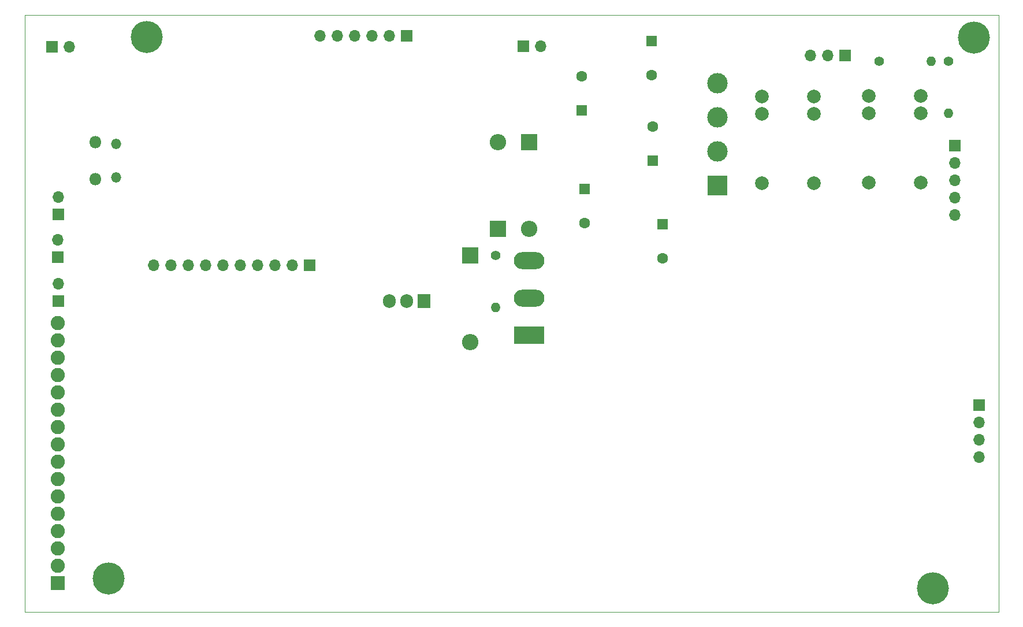
<source format=gbr>
%TF.GenerationSoftware,KiCad,Pcbnew,(6.0.0)*%
%TF.CreationDate,2022-06-11T13:18:49-06:00*%
%TF.ProjectId,Turbopump Controller,54757262-6f70-4756-9d70-20436f6e7472,rev?*%
%TF.SameCoordinates,Original*%
%TF.FileFunction,Soldermask,Bot*%
%TF.FilePolarity,Negative*%
%FSLAX46Y46*%
G04 Gerber Fmt 4.6, Leading zero omitted, Abs format (unit mm)*
G04 Created by KiCad (PCBNEW (6.0.0)) date 2022-06-11 13:18:49*
%MOMM*%
%LPD*%
G01*
G04 APERTURE LIST*
G04 Aperture macros list*
%AMRoundRect*
0 Rectangle with rounded corners*
0 $1 Rounding radius*
0 $2 $3 $4 $5 $6 $7 $8 $9 X,Y pos of 4 corners*
0 Add a 4 corners polygon primitive as box body*
4,1,4,$2,$3,$4,$5,$6,$7,$8,$9,$2,$3,0*
0 Add four circle primitives for the rounded corners*
1,1,$1+$1,$2,$3*
1,1,$1+$1,$4,$5*
1,1,$1+$1,$6,$7*
1,1,$1+$1,$8,$9*
0 Add four rect primitives between the rounded corners*
20,1,$1+$1,$2,$3,$4,$5,0*
20,1,$1+$1,$4,$5,$6,$7,0*
20,1,$1+$1,$6,$7,$8,$9,0*
20,1,$1+$1,$8,$9,$2,$3,0*%
G04 Aperture macros list end*
%TA.AperFunction,Profile*%
%ADD10C,0.100000*%
%TD*%
%ADD11R,3.000000X3.000000*%
%ADD12C,3.000000*%
%ADD13R,1.700000X1.700000*%
%ADD14O,1.700000X1.700000*%
%ADD15C,4.700000*%
%ADD16C,1.400000*%
%ADD17O,1.400000X1.400000*%
%ADD18O,1.800000X1.800000*%
%ADD19O,1.500000X1.500000*%
%ADD20R,1.905000X2.000000*%
%ADD21O,1.905000X2.000000*%
%ADD22R,1.600000X1.600000*%
%ADD23C,1.600000*%
%ADD24R,2.400000X2.400000*%
%ADD25O,2.400000X2.400000*%
%ADD26R,4.500000X2.500000*%
%ADD27O,4.500000X2.500000*%
%ADD28RoundRect,0.101600X0.939800X-0.939800X0.939800X0.939800X-0.939800X0.939800X-0.939800X-0.939800X0*%
%ADD29C,2.082800*%
%ADD30C,2.000000*%
G04 APERTURE END LIST*
D10*
X92870000Y-53320000D02*
X235620000Y-53320000D01*
X235620000Y-53320000D02*
X235620000Y-140720000D01*
X235620000Y-140720000D02*
X92870000Y-140720000D01*
X92870000Y-140720000D02*
X92870000Y-53320000D01*
D11*
%TO.C,D1*%
X194387500Y-78307500D03*
D12*
X194387500Y-73307500D03*
X194387500Y-68307500D03*
X194387500Y-63307500D03*
%TD*%
D13*
%TO.C,SW1*%
X97775000Y-95170000D03*
D14*
X97775000Y-92630000D03*
%TD*%
D15*
%TO.C,REF\u002A\u002A*%
X232030000Y-56630000D03*
%TD*%
D16*
%TO.C,R1*%
X218150000Y-60050000D03*
D17*
X225770000Y-60050000D03*
%TD*%
D13*
%TO.C,J1*%
X213085000Y-59205000D03*
D14*
X210545000Y-59205000D03*
X208005000Y-59205000D03*
%TD*%
D18*
%TO.C,U7*%
X103230000Y-71915000D03*
X103230000Y-77365000D03*
D19*
X106260000Y-77065000D03*
X106260000Y-72215000D03*
%TD*%
D15*
%TO.C,REF\u002A\u002A*%
X110750000Y-56510000D03*
%TD*%
D13*
%TO.C,J4*%
X96890000Y-57979000D03*
D14*
X99430000Y-57979000D03*
%TD*%
D20*
%TO.C,U6*%
X151370000Y-95205000D03*
D21*
X148830000Y-95205000D03*
X146290000Y-95205000D03*
%TD*%
D22*
%TO.C,C1*%
X184930000Y-74662651D03*
D23*
X184930000Y-69662651D03*
%TD*%
D24*
%TO.C,D2*%
X166800000Y-71960000D03*
D25*
X166800000Y-84660000D03*
%TD*%
D13*
%TO.C,J6*%
X148880000Y-56340000D03*
D14*
X146340000Y-56340000D03*
X143800000Y-56340000D03*
X141260000Y-56340000D03*
X138720000Y-56340000D03*
X136180000Y-56340000D03*
%TD*%
D13*
%TO.C,SW3*%
X97750000Y-88770000D03*
D14*
X97750000Y-86230000D03*
%TD*%
D13*
%TO.C,J7*%
X134650000Y-89925000D03*
D14*
X132110000Y-89925000D03*
X129570000Y-89925000D03*
X127030000Y-89925000D03*
X124490000Y-89925000D03*
X121950000Y-89925000D03*
X119410000Y-89925000D03*
X116870000Y-89925000D03*
X114330000Y-89925000D03*
X111790000Y-89925000D03*
%TD*%
D26*
%TO.C,Q3*%
X166795000Y-100210000D03*
D27*
X166795000Y-94760000D03*
X166795000Y-89310000D03*
%TD*%
D13*
%TO.C,J3*%
X229205000Y-72430000D03*
D14*
X229205000Y-74970000D03*
X229205000Y-77510000D03*
X229205000Y-80050000D03*
X229205000Y-82590000D03*
%TD*%
D16*
%TO.C,R4*%
X228230000Y-60050000D03*
D17*
X228230000Y-67670000D03*
%TD*%
D13*
%TO.C,SW2*%
X97765000Y-82480000D03*
D14*
X97765000Y-79940000D03*
%TD*%
D13*
%TO.C,J2*%
X165950000Y-57885000D03*
D14*
X168490000Y-57885000D03*
%TD*%
D22*
%TO.C,C4*%
X174540000Y-67262651D03*
D23*
X174540000Y-62262651D03*
%TD*%
D28*
%TO.C,U12*%
X97750000Y-136500000D03*
D29*
X97750000Y-133960000D03*
X97750000Y-131420000D03*
X97750000Y-128880000D03*
X97750000Y-126340000D03*
X97750000Y-123800000D03*
X97750000Y-121260000D03*
X97750000Y-118720000D03*
X97750000Y-116180000D03*
X97750000Y-113640000D03*
X97750000Y-111100000D03*
X97750000Y-108560000D03*
X97750000Y-106020000D03*
X97750000Y-103482540D03*
X97750000Y-100942540D03*
X97750000Y-98402540D03*
%TD*%
D15*
%TO.C,REF\u002A\u002A*%
X105150000Y-135830000D03*
%TD*%
D30*
%TO.C,K1*%
X216580000Y-67730000D03*
X224200000Y-67730000D03*
X216580000Y-65190000D03*
X224200000Y-65190000D03*
X216580000Y-77890000D03*
X224200000Y-77890000D03*
%TD*%
D16*
%TO.C,R7*%
X161910000Y-88540000D03*
D17*
X161910000Y-96160000D03*
%TD*%
D22*
%TO.C,C2*%
X186390000Y-83917349D03*
D23*
X186390000Y-88917349D03*
%TD*%
D24*
%TO.C,D7*%
X158170000Y-88520000D03*
D25*
X158170000Y-101220000D03*
%TD*%
D22*
%TO.C,C6*%
X184740000Y-57137349D03*
D23*
X184740000Y-62137349D03*
%TD*%
D15*
%TO.C,REF\u002A\u002A*%
X225970000Y-137290000D03*
%TD*%
D22*
%TO.C,C3*%
X174890000Y-78817349D03*
D23*
X174890000Y-83817349D03*
%TD*%
D24*
%TO.C,D5*%
X162240000Y-84640000D03*
D25*
X162240000Y-71940000D03*
%TD*%
D13*
%TO.C,J5*%
X232755000Y-110410000D03*
D14*
X232755000Y-112950000D03*
X232755000Y-115490000D03*
X232755000Y-118030000D03*
%TD*%
D30*
%TO.C,K2*%
X200930000Y-67780000D03*
X208550000Y-67780000D03*
X200930000Y-65240000D03*
X208550000Y-65240000D03*
X200930000Y-77940000D03*
X208550000Y-77940000D03*
%TD*%
M02*

</source>
